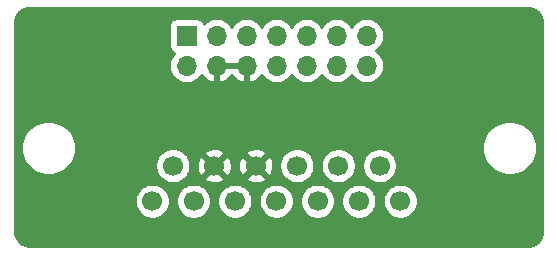
<source format=gbr>
G04 #@! TF.GenerationSoftware,KiCad,Pcbnew,(5.1.4-0-10_14)*
G04 #@! TF.CreationDate,2020-01-20T15:07:35+01:00*
G04 #@! TF.ProjectId,SIOSocket,53494f53-6f63-46b6-9574-2e6b69636164,rev?*
G04 #@! TF.SameCoordinates,Original*
G04 #@! TF.FileFunction,Copper,L1,Top*
G04 #@! TF.FilePolarity,Positive*
%FSLAX46Y46*%
G04 Gerber Fmt 4.6, Leading zero omitted, Abs format (unit mm)*
G04 Created by KiCad (PCBNEW (5.1.4-0-10_14)) date 2020-01-20 15:07:35*
%MOMM*%
%LPD*%
G04 APERTURE LIST*
%ADD10C,1.700000*%
%ADD11R,1.700000X1.700000*%
%ADD12O,1.700000X1.700000*%
%ADD13C,0.254000*%
G04 APERTURE END LIST*
D10*
X139050000Y-97500000D03*
X142550000Y-97500000D03*
X146050000Y-97500000D03*
X149550000Y-97500000D03*
X153050000Y-97500000D03*
X156550000Y-97500000D03*
X137300000Y-100500000D03*
X140800000Y-100500000D03*
X144300000Y-100500000D03*
X147800000Y-100500000D03*
X151300000Y-100500000D03*
X154800000Y-100500000D03*
X158300000Y-100500000D03*
D11*
X140200000Y-86500000D03*
D12*
X140200000Y-89040000D03*
X142740000Y-86500000D03*
X142740000Y-89040000D03*
X145280000Y-86500000D03*
X145280000Y-89040000D03*
X147820000Y-86500000D03*
X147820000Y-89040000D03*
X150360000Y-86500000D03*
X150360000Y-89040000D03*
X152900000Y-86500000D03*
X152900000Y-89040000D03*
X155440000Y-86500000D03*
X155440000Y-89040000D03*
D13*
G36*
X169259659Y-84138625D02*
G01*
X169509429Y-84214035D01*
X169739792Y-84336522D01*
X169941980Y-84501422D01*
X170108286Y-84702450D01*
X170232378Y-84931954D01*
X170309531Y-85181195D01*
X170340000Y-85471089D01*
X170340001Y-99967581D01*
X170340000Y-102967721D01*
X170311375Y-103259660D01*
X170235965Y-103509429D01*
X170113477Y-103739794D01*
X169948579Y-103941979D01*
X169747546Y-104108288D01*
X169518046Y-104232378D01*
X169268805Y-104309531D01*
X168978911Y-104340000D01*
X127032279Y-104340000D01*
X126740340Y-104311375D01*
X126490571Y-104235965D01*
X126260206Y-104113477D01*
X126058021Y-103948579D01*
X125891712Y-103747546D01*
X125767622Y-103518046D01*
X125690469Y-103268805D01*
X125660000Y-102978911D01*
X125660000Y-100353740D01*
X135815000Y-100353740D01*
X135815000Y-100646260D01*
X135872068Y-100933158D01*
X135984010Y-101203411D01*
X136146525Y-101446632D01*
X136353368Y-101653475D01*
X136596589Y-101815990D01*
X136866842Y-101927932D01*
X137153740Y-101985000D01*
X137446260Y-101985000D01*
X137733158Y-101927932D01*
X138003411Y-101815990D01*
X138246632Y-101653475D01*
X138453475Y-101446632D01*
X138615990Y-101203411D01*
X138727932Y-100933158D01*
X138785000Y-100646260D01*
X138785000Y-100353740D01*
X139315000Y-100353740D01*
X139315000Y-100646260D01*
X139372068Y-100933158D01*
X139484010Y-101203411D01*
X139646525Y-101446632D01*
X139853368Y-101653475D01*
X140096589Y-101815990D01*
X140366842Y-101927932D01*
X140653740Y-101985000D01*
X140946260Y-101985000D01*
X141233158Y-101927932D01*
X141503411Y-101815990D01*
X141746632Y-101653475D01*
X141953475Y-101446632D01*
X142115990Y-101203411D01*
X142227932Y-100933158D01*
X142285000Y-100646260D01*
X142285000Y-100353740D01*
X142815000Y-100353740D01*
X142815000Y-100646260D01*
X142872068Y-100933158D01*
X142984010Y-101203411D01*
X143146525Y-101446632D01*
X143353368Y-101653475D01*
X143596589Y-101815990D01*
X143866842Y-101927932D01*
X144153740Y-101985000D01*
X144446260Y-101985000D01*
X144733158Y-101927932D01*
X145003411Y-101815990D01*
X145246632Y-101653475D01*
X145453475Y-101446632D01*
X145615990Y-101203411D01*
X145727932Y-100933158D01*
X145785000Y-100646260D01*
X145785000Y-100353740D01*
X146315000Y-100353740D01*
X146315000Y-100646260D01*
X146372068Y-100933158D01*
X146484010Y-101203411D01*
X146646525Y-101446632D01*
X146853368Y-101653475D01*
X147096589Y-101815990D01*
X147366842Y-101927932D01*
X147653740Y-101985000D01*
X147946260Y-101985000D01*
X148233158Y-101927932D01*
X148503411Y-101815990D01*
X148746632Y-101653475D01*
X148953475Y-101446632D01*
X149115990Y-101203411D01*
X149227932Y-100933158D01*
X149285000Y-100646260D01*
X149285000Y-100353740D01*
X149815000Y-100353740D01*
X149815000Y-100646260D01*
X149872068Y-100933158D01*
X149984010Y-101203411D01*
X150146525Y-101446632D01*
X150353368Y-101653475D01*
X150596589Y-101815990D01*
X150866842Y-101927932D01*
X151153740Y-101985000D01*
X151446260Y-101985000D01*
X151733158Y-101927932D01*
X152003411Y-101815990D01*
X152246632Y-101653475D01*
X152453475Y-101446632D01*
X152615990Y-101203411D01*
X152727932Y-100933158D01*
X152785000Y-100646260D01*
X152785000Y-100353740D01*
X153315000Y-100353740D01*
X153315000Y-100646260D01*
X153372068Y-100933158D01*
X153484010Y-101203411D01*
X153646525Y-101446632D01*
X153853368Y-101653475D01*
X154096589Y-101815990D01*
X154366842Y-101927932D01*
X154653740Y-101985000D01*
X154946260Y-101985000D01*
X155233158Y-101927932D01*
X155503411Y-101815990D01*
X155746632Y-101653475D01*
X155953475Y-101446632D01*
X156115990Y-101203411D01*
X156227932Y-100933158D01*
X156285000Y-100646260D01*
X156285000Y-100353740D01*
X156815000Y-100353740D01*
X156815000Y-100646260D01*
X156872068Y-100933158D01*
X156984010Y-101203411D01*
X157146525Y-101446632D01*
X157353368Y-101653475D01*
X157596589Y-101815990D01*
X157866842Y-101927932D01*
X158153740Y-101985000D01*
X158446260Y-101985000D01*
X158733158Y-101927932D01*
X159003411Y-101815990D01*
X159246632Y-101653475D01*
X159453475Y-101446632D01*
X159615990Y-101203411D01*
X159727932Y-100933158D01*
X159785000Y-100646260D01*
X159785000Y-100353740D01*
X159727932Y-100066842D01*
X159615990Y-99796589D01*
X159453475Y-99553368D01*
X159246632Y-99346525D01*
X159003411Y-99184010D01*
X158733158Y-99072068D01*
X158446260Y-99015000D01*
X158153740Y-99015000D01*
X157866842Y-99072068D01*
X157596589Y-99184010D01*
X157353368Y-99346525D01*
X157146525Y-99553368D01*
X156984010Y-99796589D01*
X156872068Y-100066842D01*
X156815000Y-100353740D01*
X156285000Y-100353740D01*
X156227932Y-100066842D01*
X156115990Y-99796589D01*
X155953475Y-99553368D01*
X155746632Y-99346525D01*
X155503411Y-99184010D01*
X155233158Y-99072068D01*
X154946260Y-99015000D01*
X154653740Y-99015000D01*
X154366842Y-99072068D01*
X154096589Y-99184010D01*
X153853368Y-99346525D01*
X153646525Y-99553368D01*
X153484010Y-99796589D01*
X153372068Y-100066842D01*
X153315000Y-100353740D01*
X152785000Y-100353740D01*
X152727932Y-100066842D01*
X152615990Y-99796589D01*
X152453475Y-99553368D01*
X152246632Y-99346525D01*
X152003411Y-99184010D01*
X151733158Y-99072068D01*
X151446260Y-99015000D01*
X151153740Y-99015000D01*
X150866842Y-99072068D01*
X150596589Y-99184010D01*
X150353368Y-99346525D01*
X150146525Y-99553368D01*
X149984010Y-99796589D01*
X149872068Y-100066842D01*
X149815000Y-100353740D01*
X149285000Y-100353740D01*
X149227932Y-100066842D01*
X149115990Y-99796589D01*
X148953475Y-99553368D01*
X148746632Y-99346525D01*
X148503411Y-99184010D01*
X148233158Y-99072068D01*
X147946260Y-99015000D01*
X147653740Y-99015000D01*
X147366842Y-99072068D01*
X147096589Y-99184010D01*
X146853368Y-99346525D01*
X146646525Y-99553368D01*
X146484010Y-99796589D01*
X146372068Y-100066842D01*
X146315000Y-100353740D01*
X145785000Y-100353740D01*
X145727932Y-100066842D01*
X145615990Y-99796589D01*
X145453475Y-99553368D01*
X145246632Y-99346525D01*
X145003411Y-99184010D01*
X144733158Y-99072068D01*
X144446260Y-99015000D01*
X144153740Y-99015000D01*
X143866842Y-99072068D01*
X143596589Y-99184010D01*
X143353368Y-99346525D01*
X143146525Y-99553368D01*
X142984010Y-99796589D01*
X142872068Y-100066842D01*
X142815000Y-100353740D01*
X142285000Y-100353740D01*
X142227932Y-100066842D01*
X142115990Y-99796589D01*
X141953475Y-99553368D01*
X141746632Y-99346525D01*
X141503411Y-99184010D01*
X141233158Y-99072068D01*
X140946260Y-99015000D01*
X140653740Y-99015000D01*
X140366842Y-99072068D01*
X140096589Y-99184010D01*
X139853368Y-99346525D01*
X139646525Y-99553368D01*
X139484010Y-99796589D01*
X139372068Y-100066842D01*
X139315000Y-100353740D01*
X138785000Y-100353740D01*
X138727932Y-100066842D01*
X138615990Y-99796589D01*
X138453475Y-99553368D01*
X138246632Y-99346525D01*
X138003411Y-99184010D01*
X137733158Y-99072068D01*
X137446260Y-99015000D01*
X137153740Y-99015000D01*
X136866842Y-99072068D01*
X136596589Y-99184010D01*
X136353368Y-99346525D01*
X136146525Y-99553368D01*
X135984010Y-99796589D01*
X135872068Y-100066842D01*
X135815000Y-100353740D01*
X125660000Y-100353740D01*
X125660000Y-95771620D01*
X126181220Y-95771620D01*
X126181220Y-96228380D01*
X126270329Y-96676363D01*
X126445123Y-97098354D01*
X126698886Y-97478136D01*
X127021864Y-97801114D01*
X127401646Y-98054877D01*
X127823637Y-98229671D01*
X128271620Y-98318780D01*
X128728380Y-98318780D01*
X129176363Y-98229671D01*
X129598354Y-98054877D01*
X129978136Y-97801114D01*
X130301114Y-97478136D01*
X130384233Y-97353740D01*
X137565000Y-97353740D01*
X137565000Y-97646260D01*
X137622068Y-97933158D01*
X137734010Y-98203411D01*
X137896525Y-98446632D01*
X138103368Y-98653475D01*
X138346589Y-98815990D01*
X138616842Y-98927932D01*
X138903740Y-98985000D01*
X139196260Y-98985000D01*
X139483158Y-98927932D01*
X139753411Y-98815990D01*
X139996632Y-98653475D01*
X140121710Y-98528397D01*
X141701208Y-98528397D01*
X141778843Y-98777472D01*
X142042883Y-98903371D01*
X142326411Y-98975339D01*
X142618531Y-98990611D01*
X142908019Y-98948599D01*
X143183747Y-98850919D01*
X143321157Y-98777472D01*
X143398792Y-98528397D01*
X145201208Y-98528397D01*
X145278843Y-98777472D01*
X145542883Y-98903371D01*
X145826411Y-98975339D01*
X146118531Y-98990611D01*
X146408019Y-98948599D01*
X146683747Y-98850919D01*
X146821157Y-98777472D01*
X146898792Y-98528397D01*
X146050000Y-97679605D01*
X145201208Y-98528397D01*
X143398792Y-98528397D01*
X142550000Y-97679605D01*
X141701208Y-98528397D01*
X140121710Y-98528397D01*
X140203475Y-98446632D01*
X140365990Y-98203411D01*
X140477932Y-97933158D01*
X140535000Y-97646260D01*
X140535000Y-97568531D01*
X141059389Y-97568531D01*
X141101401Y-97858019D01*
X141199081Y-98133747D01*
X141272528Y-98271157D01*
X141521603Y-98348792D01*
X142370395Y-97500000D01*
X142729605Y-97500000D01*
X143578397Y-98348792D01*
X143827472Y-98271157D01*
X143953371Y-98007117D01*
X144025339Y-97723589D01*
X144033445Y-97568531D01*
X144559389Y-97568531D01*
X144601401Y-97858019D01*
X144699081Y-98133747D01*
X144772528Y-98271157D01*
X145021603Y-98348792D01*
X145870395Y-97500000D01*
X146229605Y-97500000D01*
X147078397Y-98348792D01*
X147327472Y-98271157D01*
X147453371Y-98007117D01*
X147525339Y-97723589D01*
X147540611Y-97431469D01*
X147529331Y-97353740D01*
X148065000Y-97353740D01*
X148065000Y-97646260D01*
X148122068Y-97933158D01*
X148234010Y-98203411D01*
X148396525Y-98446632D01*
X148603368Y-98653475D01*
X148846589Y-98815990D01*
X149116842Y-98927932D01*
X149403740Y-98985000D01*
X149696260Y-98985000D01*
X149983158Y-98927932D01*
X150253411Y-98815990D01*
X150496632Y-98653475D01*
X150703475Y-98446632D01*
X150865990Y-98203411D01*
X150977932Y-97933158D01*
X151035000Y-97646260D01*
X151035000Y-97353740D01*
X151565000Y-97353740D01*
X151565000Y-97646260D01*
X151622068Y-97933158D01*
X151734010Y-98203411D01*
X151896525Y-98446632D01*
X152103368Y-98653475D01*
X152346589Y-98815990D01*
X152616842Y-98927932D01*
X152903740Y-98985000D01*
X153196260Y-98985000D01*
X153483158Y-98927932D01*
X153753411Y-98815990D01*
X153996632Y-98653475D01*
X154203475Y-98446632D01*
X154365990Y-98203411D01*
X154477932Y-97933158D01*
X154535000Y-97646260D01*
X154535000Y-97353740D01*
X155065000Y-97353740D01*
X155065000Y-97646260D01*
X155122068Y-97933158D01*
X155234010Y-98203411D01*
X155396525Y-98446632D01*
X155603368Y-98653475D01*
X155846589Y-98815990D01*
X156116842Y-98927932D01*
X156403740Y-98985000D01*
X156696260Y-98985000D01*
X156983158Y-98927932D01*
X157253411Y-98815990D01*
X157496632Y-98653475D01*
X157703475Y-98446632D01*
X157865990Y-98203411D01*
X157977932Y-97933158D01*
X158035000Y-97646260D01*
X158035000Y-97353740D01*
X157977932Y-97066842D01*
X157865990Y-96796589D01*
X157703475Y-96553368D01*
X157496632Y-96346525D01*
X157253411Y-96184010D01*
X156983158Y-96072068D01*
X156696260Y-96015000D01*
X156403740Y-96015000D01*
X156116842Y-96072068D01*
X155846589Y-96184010D01*
X155603368Y-96346525D01*
X155396525Y-96553368D01*
X155234010Y-96796589D01*
X155122068Y-97066842D01*
X155065000Y-97353740D01*
X154535000Y-97353740D01*
X154477932Y-97066842D01*
X154365990Y-96796589D01*
X154203475Y-96553368D01*
X153996632Y-96346525D01*
X153753411Y-96184010D01*
X153483158Y-96072068D01*
X153196260Y-96015000D01*
X152903740Y-96015000D01*
X152616842Y-96072068D01*
X152346589Y-96184010D01*
X152103368Y-96346525D01*
X151896525Y-96553368D01*
X151734010Y-96796589D01*
X151622068Y-97066842D01*
X151565000Y-97353740D01*
X151035000Y-97353740D01*
X150977932Y-97066842D01*
X150865990Y-96796589D01*
X150703475Y-96553368D01*
X150496632Y-96346525D01*
X150253411Y-96184010D01*
X149983158Y-96072068D01*
X149696260Y-96015000D01*
X149403740Y-96015000D01*
X149116842Y-96072068D01*
X148846589Y-96184010D01*
X148603368Y-96346525D01*
X148396525Y-96553368D01*
X148234010Y-96796589D01*
X148122068Y-97066842D01*
X148065000Y-97353740D01*
X147529331Y-97353740D01*
X147498599Y-97141981D01*
X147400919Y-96866253D01*
X147327472Y-96728843D01*
X147078397Y-96651208D01*
X146229605Y-97500000D01*
X145870395Y-97500000D01*
X145021603Y-96651208D01*
X144772528Y-96728843D01*
X144646629Y-96992883D01*
X144574661Y-97276411D01*
X144559389Y-97568531D01*
X144033445Y-97568531D01*
X144040611Y-97431469D01*
X143998599Y-97141981D01*
X143900919Y-96866253D01*
X143827472Y-96728843D01*
X143578397Y-96651208D01*
X142729605Y-97500000D01*
X142370395Y-97500000D01*
X141521603Y-96651208D01*
X141272528Y-96728843D01*
X141146629Y-96992883D01*
X141074661Y-97276411D01*
X141059389Y-97568531D01*
X140535000Y-97568531D01*
X140535000Y-97353740D01*
X140477932Y-97066842D01*
X140365990Y-96796589D01*
X140203475Y-96553368D01*
X140121710Y-96471603D01*
X141701208Y-96471603D01*
X142550000Y-97320395D01*
X143398792Y-96471603D01*
X145201208Y-96471603D01*
X146050000Y-97320395D01*
X146898792Y-96471603D01*
X146821157Y-96222528D01*
X146557117Y-96096629D01*
X146273589Y-96024661D01*
X145981469Y-96009389D01*
X145691981Y-96051401D01*
X145416253Y-96149081D01*
X145278843Y-96222528D01*
X145201208Y-96471603D01*
X143398792Y-96471603D01*
X143321157Y-96222528D01*
X143057117Y-96096629D01*
X142773589Y-96024661D01*
X142481469Y-96009389D01*
X142191981Y-96051401D01*
X141916253Y-96149081D01*
X141778843Y-96222528D01*
X141701208Y-96471603D01*
X140121710Y-96471603D01*
X139996632Y-96346525D01*
X139753411Y-96184010D01*
X139483158Y-96072068D01*
X139196260Y-96015000D01*
X138903740Y-96015000D01*
X138616842Y-96072068D01*
X138346589Y-96184010D01*
X138103368Y-96346525D01*
X137896525Y-96553368D01*
X137734010Y-96796589D01*
X137622068Y-97066842D01*
X137565000Y-97353740D01*
X130384233Y-97353740D01*
X130554877Y-97098354D01*
X130729671Y-96676363D01*
X130818780Y-96228380D01*
X130818780Y-95771620D01*
X165231220Y-95771620D01*
X165231220Y-96228380D01*
X165320329Y-96676363D01*
X165495123Y-97098354D01*
X165748886Y-97478136D01*
X166071864Y-97801114D01*
X166451646Y-98054877D01*
X166873637Y-98229671D01*
X167321620Y-98318780D01*
X167778380Y-98318780D01*
X168226363Y-98229671D01*
X168648354Y-98054877D01*
X169028136Y-97801114D01*
X169351114Y-97478136D01*
X169604877Y-97098354D01*
X169779671Y-96676363D01*
X169868780Y-96228380D01*
X169868780Y-95771620D01*
X169779671Y-95323637D01*
X169604877Y-94901646D01*
X169351114Y-94521864D01*
X169028136Y-94198886D01*
X168648354Y-93945123D01*
X168226363Y-93770329D01*
X167778380Y-93681220D01*
X167321620Y-93681220D01*
X166873637Y-93770329D01*
X166451646Y-93945123D01*
X166071864Y-94198886D01*
X165748886Y-94521864D01*
X165495123Y-94901646D01*
X165320329Y-95323637D01*
X165231220Y-95771620D01*
X130818780Y-95771620D01*
X130729671Y-95323637D01*
X130554877Y-94901646D01*
X130301114Y-94521864D01*
X129978136Y-94198886D01*
X129598354Y-93945123D01*
X129176363Y-93770329D01*
X128728380Y-93681220D01*
X128271620Y-93681220D01*
X127823637Y-93770329D01*
X127401646Y-93945123D01*
X127021864Y-94198886D01*
X126698886Y-94521864D01*
X126445123Y-94901646D01*
X126270329Y-95323637D01*
X126181220Y-95771620D01*
X125660000Y-95771620D01*
X125660000Y-89040000D01*
X138707815Y-89040000D01*
X138736487Y-89331111D01*
X138821401Y-89611034D01*
X138959294Y-89869014D01*
X139144866Y-90095134D01*
X139370986Y-90280706D01*
X139628966Y-90418599D01*
X139908889Y-90503513D01*
X140127050Y-90525000D01*
X140272950Y-90525000D01*
X140491111Y-90503513D01*
X140771034Y-90418599D01*
X141029014Y-90280706D01*
X141255134Y-90095134D01*
X141440706Y-89869014D01*
X141475201Y-89804477D01*
X141544822Y-89921355D01*
X141739731Y-90137588D01*
X141973080Y-90311641D01*
X142235901Y-90436825D01*
X142383110Y-90481476D01*
X142613000Y-90360155D01*
X142613000Y-89167000D01*
X142867000Y-89167000D01*
X142867000Y-90360155D01*
X143096890Y-90481476D01*
X143244099Y-90436825D01*
X143506920Y-90311641D01*
X143740269Y-90137588D01*
X143935178Y-89921355D01*
X144010000Y-89795745D01*
X144084822Y-89921355D01*
X144279731Y-90137588D01*
X144513080Y-90311641D01*
X144775901Y-90436825D01*
X144923110Y-90481476D01*
X145153000Y-90360155D01*
X145153000Y-89167000D01*
X142867000Y-89167000D01*
X142613000Y-89167000D01*
X142593000Y-89167000D01*
X142593000Y-88913000D01*
X142613000Y-88913000D01*
X142613000Y-88893000D01*
X142867000Y-88893000D01*
X142867000Y-88913000D01*
X145153000Y-88913000D01*
X145153000Y-88893000D01*
X145407000Y-88893000D01*
X145407000Y-88913000D01*
X145427000Y-88913000D01*
X145427000Y-89167000D01*
X145407000Y-89167000D01*
X145407000Y-90360155D01*
X145636890Y-90481476D01*
X145784099Y-90436825D01*
X146046920Y-90311641D01*
X146280269Y-90137588D01*
X146475178Y-89921355D01*
X146544799Y-89804477D01*
X146579294Y-89869014D01*
X146764866Y-90095134D01*
X146990986Y-90280706D01*
X147248966Y-90418599D01*
X147528889Y-90503513D01*
X147747050Y-90525000D01*
X147892950Y-90525000D01*
X148111111Y-90503513D01*
X148391034Y-90418599D01*
X148649014Y-90280706D01*
X148875134Y-90095134D01*
X149060706Y-89869014D01*
X149090000Y-89814209D01*
X149119294Y-89869014D01*
X149304866Y-90095134D01*
X149530986Y-90280706D01*
X149788966Y-90418599D01*
X150068889Y-90503513D01*
X150287050Y-90525000D01*
X150432950Y-90525000D01*
X150651111Y-90503513D01*
X150931034Y-90418599D01*
X151189014Y-90280706D01*
X151415134Y-90095134D01*
X151600706Y-89869014D01*
X151630000Y-89814209D01*
X151659294Y-89869014D01*
X151844866Y-90095134D01*
X152070986Y-90280706D01*
X152328966Y-90418599D01*
X152608889Y-90503513D01*
X152827050Y-90525000D01*
X152972950Y-90525000D01*
X153191111Y-90503513D01*
X153471034Y-90418599D01*
X153729014Y-90280706D01*
X153955134Y-90095134D01*
X154140706Y-89869014D01*
X154170000Y-89814209D01*
X154199294Y-89869014D01*
X154384866Y-90095134D01*
X154610986Y-90280706D01*
X154868966Y-90418599D01*
X155148889Y-90503513D01*
X155367050Y-90525000D01*
X155512950Y-90525000D01*
X155731111Y-90503513D01*
X156011034Y-90418599D01*
X156269014Y-90280706D01*
X156495134Y-90095134D01*
X156680706Y-89869014D01*
X156818599Y-89611034D01*
X156903513Y-89331111D01*
X156932185Y-89040000D01*
X156903513Y-88748889D01*
X156818599Y-88468966D01*
X156680706Y-88210986D01*
X156495134Y-87984866D01*
X156269014Y-87799294D01*
X156214209Y-87770000D01*
X156269014Y-87740706D01*
X156495134Y-87555134D01*
X156680706Y-87329014D01*
X156818599Y-87071034D01*
X156903513Y-86791111D01*
X156932185Y-86500000D01*
X156903513Y-86208889D01*
X156818599Y-85928966D01*
X156680706Y-85670986D01*
X156495134Y-85444866D01*
X156269014Y-85259294D01*
X156011034Y-85121401D01*
X155731111Y-85036487D01*
X155512950Y-85015000D01*
X155367050Y-85015000D01*
X155148889Y-85036487D01*
X154868966Y-85121401D01*
X154610986Y-85259294D01*
X154384866Y-85444866D01*
X154199294Y-85670986D01*
X154170000Y-85725791D01*
X154140706Y-85670986D01*
X153955134Y-85444866D01*
X153729014Y-85259294D01*
X153471034Y-85121401D01*
X153191111Y-85036487D01*
X152972950Y-85015000D01*
X152827050Y-85015000D01*
X152608889Y-85036487D01*
X152328966Y-85121401D01*
X152070986Y-85259294D01*
X151844866Y-85444866D01*
X151659294Y-85670986D01*
X151630000Y-85725791D01*
X151600706Y-85670986D01*
X151415134Y-85444866D01*
X151189014Y-85259294D01*
X150931034Y-85121401D01*
X150651111Y-85036487D01*
X150432950Y-85015000D01*
X150287050Y-85015000D01*
X150068889Y-85036487D01*
X149788966Y-85121401D01*
X149530986Y-85259294D01*
X149304866Y-85444866D01*
X149119294Y-85670986D01*
X149090000Y-85725791D01*
X149060706Y-85670986D01*
X148875134Y-85444866D01*
X148649014Y-85259294D01*
X148391034Y-85121401D01*
X148111111Y-85036487D01*
X147892950Y-85015000D01*
X147747050Y-85015000D01*
X147528889Y-85036487D01*
X147248966Y-85121401D01*
X146990986Y-85259294D01*
X146764866Y-85444866D01*
X146579294Y-85670986D01*
X146550000Y-85725791D01*
X146520706Y-85670986D01*
X146335134Y-85444866D01*
X146109014Y-85259294D01*
X145851034Y-85121401D01*
X145571111Y-85036487D01*
X145352950Y-85015000D01*
X145207050Y-85015000D01*
X144988889Y-85036487D01*
X144708966Y-85121401D01*
X144450986Y-85259294D01*
X144224866Y-85444866D01*
X144039294Y-85670986D01*
X144010000Y-85725791D01*
X143980706Y-85670986D01*
X143795134Y-85444866D01*
X143569014Y-85259294D01*
X143311034Y-85121401D01*
X143031111Y-85036487D01*
X142812950Y-85015000D01*
X142667050Y-85015000D01*
X142448889Y-85036487D01*
X142168966Y-85121401D01*
X141910986Y-85259294D01*
X141684866Y-85444866D01*
X141660393Y-85474687D01*
X141639502Y-85405820D01*
X141580537Y-85295506D01*
X141501185Y-85198815D01*
X141404494Y-85119463D01*
X141294180Y-85060498D01*
X141174482Y-85024188D01*
X141050000Y-85011928D01*
X139350000Y-85011928D01*
X139225518Y-85024188D01*
X139105820Y-85060498D01*
X138995506Y-85119463D01*
X138898815Y-85198815D01*
X138819463Y-85295506D01*
X138760498Y-85405820D01*
X138724188Y-85525518D01*
X138711928Y-85650000D01*
X138711928Y-87350000D01*
X138724188Y-87474482D01*
X138760498Y-87594180D01*
X138819463Y-87704494D01*
X138898815Y-87801185D01*
X138995506Y-87880537D01*
X139105820Y-87939502D01*
X139174687Y-87960393D01*
X139144866Y-87984866D01*
X138959294Y-88210986D01*
X138821401Y-88468966D01*
X138736487Y-88748889D01*
X138707815Y-89040000D01*
X125660000Y-89040000D01*
X125660000Y-85482279D01*
X125688625Y-85190341D01*
X125764035Y-84940571D01*
X125886522Y-84710208D01*
X126051422Y-84508020D01*
X126252450Y-84341714D01*
X126481954Y-84217622D01*
X126731195Y-84140469D01*
X126859344Y-84127000D01*
X169141099Y-84127000D01*
X169259659Y-84138625D01*
X169259659Y-84138625D01*
G37*
X169259659Y-84138625D02*
X169509429Y-84214035D01*
X169739792Y-84336522D01*
X169941980Y-84501422D01*
X170108286Y-84702450D01*
X170232378Y-84931954D01*
X170309531Y-85181195D01*
X170340000Y-85471089D01*
X170340001Y-99967581D01*
X170340000Y-102967721D01*
X170311375Y-103259660D01*
X170235965Y-103509429D01*
X170113477Y-103739794D01*
X169948579Y-103941979D01*
X169747546Y-104108288D01*
X169518046Y-104232378D01*
X169268805Y-104309531D01*
X168978911Y-104340000D01*
X127032279Y-104340000D01*
X126740340Y-104311375D01*
X126490571Y-104235965D01*
X126260206Y-104113477D01*
X126058021Y-103948579D01*
X125891712Y-103747546D01*
X125767622Y-103518046D01*
X125690469Y-103268805D01*
X125660000Y-102978911D01*
X125660000Y-100353740D01*
X135815000Y-100353740D01*
X135815000Y-100646260D01*
X135872068Y-100933158D01*
X135984010Y-101203411D01*
X136146525Y-101446632D01*
X136353368Y-101653475D01*
X136596589Y-101815990D01*
X136866842Y-101927932D01*
X137153740Y-101985000D01*
X137446260Y-101985000D01*
X137733158Y-101927932D01*
X138003411Y-101815990D01*
X138246632Y-101653475D01*
X138453475Y-101446632D01*
X138615990Y-101203411D01*
X138727932Y-100933158D01*
X138785000Y-100646260D01*
X138785000Y-100353740D01*
X139315000Y-100353740D01*
X139315000Y-100646260D01*
X139372068Y-100933158D01*
X139484010Y-101203411D01*
X139646525Y-101446632D01*
X139853368Y-101653475D01*
X140096589Y-101815990D01*
X140366842Y-101927932D01*
X140653740Y-101985000D01*
X140946260Y-101985000D01*
X141233158Y-101927932D01*
X141503411Y-101815990D01*
X141746632Y-101653475D01*
X141953475Y-101446632D01*
X142115990Y-101203411D01*
X142227932Y-100933158D01*
X142285000Y-100646260D01*
X142285000Y-100353740D01*
X142815000Y-100353740D01*
X142815000Y-100646260D01*
X142872068Y-100933158D01*
X142984010Y-101203411D01*
X143146525Y-101446632D01*
X143353368Y-101653475D01*
X143596589Y-101815990D01*
X143866842Y-101927932D01*
X144153740Y-101985000D01*
X144446260Y-101985000D01*
X144733158Y-101927932D01*
X145003411Y-101815990D01*
X145246632Y-101653475D01*
X145453475Y-101446632D01*
X145615990Y-101203411D01*
X145727932Y-100933158D01*
X145785000Y-100646260D01*
X145785000Y-100353740D01*
X146315000Y-100353740D01*
X146315000Y-100646260D01*
X146372068Y-100933158D01*
X146484010Y-101203411D01*
X146646525Y-101446632D01*
X146853368Y-101653475D01*
X147096589Y-101815990D01*
X147366842Y-101927932D01*
X147653740Y-101985000D01*
X147946260Y-101985000D01*
X148233158Y-101927932D01*
X148503411Y-101815990D01*
X148746632Y-101653475D01*
X148953475Y-101446632D01*
X149115990Y-101203411D01*
X149227932Y-100933158D01*
X149285000Y-100646260D01*
X149285000Y-100353740D01*
X149815000Y-100353740D01*
X149815000Y-100646260D01*
X149872068Y-100933158D01*
X149984010Y-101203411D01*
X150146525Y-101446632D01*
X150353368Y-101653475D01*
X150596589Y-101815990D01*
X150866842Y-101927932D01*
X151153740Y-101985000D01*
X151446260Y-101985000D01*
X151733158Y-101927932D01*
X152003411Y-101815990D01*
X152246632Y-101653475D01*
X152453475Y-101446632D01*
X152615990Y-101203411D01*
X152727932Y-100933158D01*
X152785000Y-100646260D01*
X152785000Y-100353740D01*
X153315000Y-100353740D01*
X153315000Y-100646260D01*
X153372068Y-100933158D01*
X153484010Y-101203411D01*
X153646525Y-101446632D01*
X153853368Y-101653475D01*
X154096589Y-101815990D01*
X154366842Y-101927932D01*
X154653740Y-101985000D01*
X154946260Y-101985000D01*
X155233158Y-101927932D01*
X155503411Y-101815990D01*
X155746632Y-101653475D01*
X155953475Y-101446632D01*
X156115990Y-101203411D01*
X156227932Y-100933158D01*
X156285000Y-100646260D01*
X156285000Y-100353740D01*
X156815000Y-100353740D01*
X156815000Y-100646260D01*
X156872068Y-100933158D01*
X156984010Y-101203411D01*
X157146525Y-101446632D01*
X157353368Y-101653475D01*
X157596589Y-101815990D01*
X157866842Y-101927932D01*
X158153740Y-101985000D01*
X158446260Y-101985000D01*
X158733158Y-101927932D01*
X159003411Y-101815990D01*
X159246632Y-101653475D01*
X159453475Y-101446632D01*
X159615990Y-101203411D01*
X159727932Y-100933158D01*
X159785000Y-100646260D01*
X159785000Y-100353740D01*
X159727932Y-100066842D01*
X159615990Y-99796589D01*
X159453475Y-99553368D01*
X159246632Y-99346525D01*
X159003411Y-99184010D01*
X158733158Y-99072068D01*
X158446260Y-99015000D01*
X158153740Y-99015000D01*
X157866842Y-99072068D01*
X157596589Y-99184010D01*
X157353368Y-99346525D01*
X157146525Y-99553368D01*
X156984010Y-99796589D01*
X156872068Y-100066842D01*
X156815000Y-100353740D01*
X156285000Y-100353740D01*
X156227932Y-100066842D01*
X156115990Y-99796589D01*
X155953475Y-99553368D01*
X155746632Y-99346525D01*
X155503411Y-99184010D01*
X155233158Y-99072068D01*
X154946260Y-99015000D01*
X154653740Y-99015000D01*
X154366842Y-99072068D01*
X154096589Y-99184010D01*
X153853368Y-99346525D01*
X153646525Y-99553368D01*
X153484010Y-99796589D01*
X153372068Y-100066842D01*
X153315000Y-100353740D01*
X152785000Y-100353740D01*
X152727932Y-100066842D01*
X152615990Y-99796589D01*
X152453475Y-99553368D01*
X152246632Y-99346525D01*
X152003411Y-99184010D01*
X151733158Y-99072068D01*
X151446260Y-99015000D01*
X151153740Y-99015000D01*
X150866842Y-99072068D01*
X150596589Y-99184010D01*
X150353368Y-99346525D01*
X150146525Y-99553368D01*
X149984010Y-99796589D01*
X149872068Y-100066842D01*
X149815000Y-100353740D01*
X149285000Y-100353740D01*
X149227932Y-100066842D01*
X149115990Y-99796589D01*
X148953475Y-99553368D01*
X148746632Y-99346525D01*
X148503411Y-99184010D01*
X148233158Y-99072068D01*
X147946260Y-99015000D01*
X147653740Y-99015000D01*
X147366842Y-99072068D01*
X147096589Y-99184010D01*
X146853368Y-99346525D01*
X146646525Y-99553368D01*
X146484010Y-99796589D01*
X146372068Y-100066842D01*
X146315000Y-100353740D01*
X145785000Y-100353740D01*
X145727932Y-100066842D01*
X145615990Y-99796589D01*
X145453475Y-99553368D01*
X145246632Y-99346525D01*
X145003411Y-99184010D01*
X144733158Y-99072068D01*
X144446260Y-99015000D01*
X144153740Y-99015000D01*
X143866842Y-99072068D01*
X143596589Y-99184010D01*
X143353368Y-99346525D01*
X143146525Y-99553368D01*
X142984010Y-99796589D01*
X142872068Y-100066842D01*
X142815000Y-100353740D01*
X142285000Y-100353740D01*
X142227932Y-100066842D01*
X142115990Y-99796589D01*
X141953475Y-99553368D01*
X141746632Y-99346525D01*
X141503411Y-99184010D01*
X141233158Y-99072068D01*
X140946260Y-99015000D01*
X140653740Y-99015000D01*
X140366842Y-99072068D01*
X140096589Y-99184010D01*
X139853368Y-99346525D01*
X139646525Y-99553368D01*
X139484010Y-99796589D01*
X139372068Y-100066842D01*
X139315000Y-100353740D01*
X138785000Y-100353740D01*
X138727932Y-100066842D01*
X138615990Y-99796589D01*
X138453475Y-99553368D01*
X138246632Y-99346525D01*
X138003411Y-99184010D01*
X137733158Y-99072068D01*
X137446260Y-99015000D01*
X137153740Y-99015000D01*
X136866842Y-99072068D01*
X136596589Y-99184010D01*
X136353368Y-99346525D01*
X136146525Y-99553368D01*
X135984010Y-99796589D01*
X135872068Y-100066842D01*
X135815000Y-100353740D01*
X125660000Y-100353740D01*
X125660000Y-95771620D01*
X126181220Y-95771620D01*
X126181220Y-96228380D01*
X126270329Y-96676363D01*
X126445123Y-97098354D01*
X126698886Y-97478136D01*
X127021864Y-97801114D01*
X127401646Y-98054877D01*
X127823637Y-98229671D01*
X128271620Y-98318780D01*
X128728380Y-98318780D01*
X129176363Y-98229671D01*
X129598354Y-98054877D01*
X129978136Y-97801114D01*
X130301114Y-97478136D01*
X130384233Y-97353740D01*
X137565000Y-97353740D01*
X137565000Y-97646260D01*
X137622068Y-97933158D01*
X137734010Y-98203411D01*
X137896525Y-98446632D01*
X138103368Y-98653475D01*
X138346589Y-98815990D01*
X138616842Y-98927932D01*
X138903740Y-98985000D01*
X139196260Y-98985000D01*
X139483158Y-98927932D01*
X139753411Y-98815990D01*
X139996632Y-98653475D01*
X140121710Y-98528397D01*
X141701208Y-98528397D01*
X141778843Y-98777472D01*
X142042883Y-98903371D01*
X142326411Y-98975339D01*
X142618531Y-98990611D01*
X142908019Y-98948599D01*
X143183747Y-98850919D01*
X143321157Y-98777472D01*
X143398792Y-98528397D01*
X145201208Y-98528397D01*
X145278843Y-98777472D01*
X145542883Y-98903371D01*
X145826411Y-98975339D01*
X146118531Y-98990611D01*
X146408019Y-98948599D01*
X146683747Y-98850919D01*
X146821157Y-98777472D01*
X146898792Y-98528397D01*
X146050000Y-97679605D01*
X145201208Y-98528397D01*
X143398792Y-98528397D01*
X142550000Y-97679605D01*
X141701208Y-98528397D01*
X140121710Y-98528397D01*
X140203475Y-98446632D01*
X140365990Y-98203411D01*
X140477932Y-97933158D01*
X140535000Y-97646260D01*
X140535000Y-97568531D01*
X141059389Y-97568531D01*
X141101401Y-97858019D01*
X141199081Y-98133747D01*
X141272528Y-98271157D01*
X141521603Y-98348792D01*
X142370395Y-97500000D01*
X142729605Y-97500000D01*
X143578397Y-98348792D01*
X143827472Y-98271157D01*
X143953371Y-98007117D01*
X144025339Y-97723589D01*
X144033445Y-97568531D01*
X144559389Y-97568531D01*
X144601401Y-97858019D01*
X144699081Y-98133747D01*
X144772528Y-98271157D01*
X145021603Y-98348792D01*
X145870395Y-97500000D01*
X146229605Y-97500000D01*
X147078397Y-98348792D01*
X147327472Y-98271157D01*
X147453371Y-98007117D01*
X147525339Y-97723589D01*
X147540611Y-97431469D01*
X147529331Y-97353740D01*
X148065000Y-97353740D01*
X148065000Y-97646260D01*
X148122068Y-97933158D01*
X148234010Y-98203411D01*
X148396525Y-98446632D01*
X148603368Y-98653475D01*
X148846589Y-98815990D01*
X149116842Y-98927932D01*
X149403740Y-98985000D01*
X149696260Y-98985000D01*
X149983158Y-98927932D01*
X150253411Y-98815990D01*
X150496632Y-98653475D01*
X150703475Y-98446632D01*
X150865990Y-98203411D01*
X150977932Y-97933158D01*
X151035000Y-97646260D01*
X151035000Y-97353740D01*
X151565000Y-97353740D01*
X151565000Y-97646260D01*
X151622068Y-97933158D01*
X151734010Y-98203411D01*
X151896525Y-98446632D01*
X152103368Y-98653475D01*
X152346589Y-98815990D01*
X152616842Y-98927932D01*
X152903740Y-98985000D01*
X153196260Y-98985000D01*
X153483158Y-98927932D01*
X153753411Y-98815990D01*
X153996632Y-98653475D01*
X154203475Y-98446632D01*
X154365990Y-98203411D01*
X154477932Y-97933158D01*
X154535000Y-97646260D01*
X154535000Y-97353740D01*
X155065000Y-97353740D01*
X155065000Y-97646260D01*
X155122068Y-97933158D01*
X155234010Y-98203411D01*
X155396525Y-98446632D01*
X155603368Y-98653475D01*
X155846589Y-98815990D01*
X156116842Y-98927932D01*
X156403740Y-98985000D01*
X156696260Y-98985000D01*
X156983158Y-98927932D01*
X157253411Y-98815990D01*
X157496632Y-98653475D01*
X157703475Y-98446632D01*
X157865990Y-98203411D01*
X157977932Y-97933158D01*
X158035000Y-97646260D01*
X158035000Y-97353740D01*
X157977932Y-97066842D01*
X157865990Y-96796589D01*
X157703475Y-96553368D01*
X157496632Y-96346525D01*
X157253411Y-96184010D01*
X156983158Y-96072068D01*
X156696260Y-96015000D01*
X156403740Y-96015000D01*
X156116842Y-96072068D01*
X155846589Y-96184010D01*
X155603368Y-96346525D01*
X155396525Y-96553368D01*
X155234010Y-96796589D01*
X155122068Y-97066842D01*
X155065000Y-97353740D01*
X154535000Y-97353740D01*
X154477932Y-97066842D01*
X154365990Y-96796589D01*
X154203475Y-96553368D01*
X153996632Y-96346525D01*
X153753411Y-96184010D01*
X153483158Y-96072068D01*
X153196260Y-96015000D01*
X152903740Y-96015000D01*
X152616842Y-96072068D01*
X152346589Y-96184010D01*
X152103368Y-96346525D01*
X151896525Y-96553368D01*
X151734010Y-96796589D01*
X151622068Y-97066842D01*
X151565000Y-97353740D01*
X151035000Y-97353740D01*
X150977932Y-97066842D01*
X150865990Y-96796589D01*
X150703475Y-96553368D01*
X150496632Y-96346525D01*
X150253411Y-96184010D01*
X149983158Y-96072068D01*
X149696260Y-96015000D01*
X149403740Y-96015000D01*
X149116842Y-96072068D01*
X148846589Y-96184010D01*
X148603368Y-96346525D01*
X148396525Y-96553368D01*
X148234010Y-96796589D01*
X148122068Y-97066842D01*
X148065000Y-97353740D01*
X147529331Y-97353740D01*
X147498599Y-97141981D01*
X147400919Y-96866253D01*
X147327472Y-96728843D01*
X147078397Y-96651208D01*
X146229605Y-97500000D01*
X145870395Y-97500000D01*
X145021603Y-96651208D01*
X144772528Y-96728843D01*
X144646629Y-96992883D01*
X144574661Y-97276411D01*
X144559389Y-97568531D01*
X144033445Y-97568531D01*
X144040611Y-97431469D01*
X143998599Y-97141981D01*
X143900919Y-96866253D01*
X143827472Y-96728843D01*
X143578397Y-96651208D01*
X142729605Y-97500000D01*
X142370395Y-97500000D01*
X141521603Y-96651208D01*
X141272528Y-96728843D01*
X141146629Y-96992883D01*
X141074661Y-97276411D01*
X141059389Y-97568531D01*
X140535000Y-97568531D01*
X140535000Y-97353740D01*
X140477932Y-97066842D01*
X140365990Y-96796589D01*
X140203475Y-96553368D01*
X140121710Y-96471603D01*
X141701208Y-96471603D01*
X142550000Y-97320395D01*
X143398792Y-96471603D01*
X145201208Y-96471603D01*
X146050000Y-97320395D01*
X146898792Y-96471603D01*
X146821157Y-96222528D01*
X146557117Y-96096629D01*
X146273589Y-96024661D01*
X145981469Y-96009389D01*
X145691981Y-96051401D01*
X145416253Y-96149081D01*
X145278843Y-96222528D01*
X145201208Y-96471603D01*
X143398792Y-96471603D01*
X143321157Y-96222528D01*
X143057117Y-96096629D01*
X142773589Y-96024661D01*
X142481469Y-96009389D01*
X142191981Y-96051401D01*
X141916253Y-96149081D01*
X141778843Y-96222528D01*
X141701208Y-96471603D01*
X140121710Y-96471603D01*
X139996632Y-96346525D01*
X139753411Y-96184010D01*
X139483158Y-96072068D01*
X139196260Y-96015000D01*
X138903740Y-96015000D01*
X138616842Y-96072068D01*
X138346589Y-96184010D01*
X138103368Y-96346525D01*
X137896525Y-96553368D01*
X137734010Y-96796589D01*
X137622068Y-97066842D01*
X137565000Y-97353740D01*
X130384233Y-97353740D01*
X130554877Y-97098354D01*
X130729671Y-96676363D01*
X130818780Y-96228380D01*
X130818780Y-95771620D01*
X165231220Y-95771620D01*
X165231220Y-96228380D01*
X165320329Y-96676363D01*
X165495123Y-97098354D01*
X165748886Y-97478136D01*
X166071864Y-97801114D01*
X166451646Y-98054877D01*
X166873637Y-98229671D01*
X167321620Y-98318780D01*
X167778380Y-98318780D01*
X168226363Y-98229671D01*
X168648354Y-98054877D01*
X169028136Y-97801114D01*
X169351114Y-97478136D01*
X169604877Y-97098354D01*
X169779671Y-96676363D01*
X169868780Y-96228380D01*
X169868780Y-95771620D01*
X169779671Y-95323637D01*
X169604877Y-94901646D01*
X169351114Y-94521864D01*
X169028136Y-94198886D01*
X168648354Y-93945123D01*
X168226363Y-93770329D01*
X167778380Y-93681220D01*
X167321620Y-93681220D01*
X166873637Y-93770329D01*
X166451646Y-93945123D01*
X166071864Y-94198886D01*
X165748886Y-94521864D01*
X165495123Y-94901646D01*
X165320329Y-95323637D01*
X165231220Y-95771620D01*
X130818780Y-95771620D01*
X130729671Y-95323637D01*
X130554877Y-94901646D01*
X130301114Y-94521864D01*
X129978136Y-94198886D01*
X129598354Y-93945123D01*
X129176363Y-93770329D01*
X128728380Y-93681220D01*
X128271620Y-93681220D01*
X127823637Y-93770329D01*
X127401646Y-93945123D01*
X127021864Y-94198886D01*
X126698886Y-94521864D01*
X126445123Y-94901646D01*
X126270329Y-95323637D01*
X126181220Y-95771620D01*
X125660000Y-95771620D01*
X125660000Y-89040000D01*
X138707815Y-89040000D01*
X138736487Y-89331111D01*
X138821401Y-89611034D01*
X138959294Y-89869014D01*
X139144866Y-90095134D01*
X139370986Y-90280706D01*
X139628966Y-90418599D01*
X139908889Y-90503513D01*
X140127050Y-90525000D01*
X140272950Y-90525000D01*
X140491111Y-90503513D01*
X140771034Y-90418599D01*
X141029014Y-90280706D01*
X141255134Y-90095134D01*
X141440706Y-89869014D01*
X141475201Y-89804477D01*
X141544822Y-89921355D01*
X141739731Y-90137588D01*
X141973080Y-90311641D01*
X142235901Y-90436825D01*
X142383110Y-90481476D01*
X142613000Y-90360155D01*
X142613000Y-89167000D01*
X142867000Y-89167000D01*
X142867000Y-90360155D01*
X143096890Y-90481476D01*
X143244099Y-90436825D01*
X143506920Y-90311641D01*
X143740269Y-90137588D01*
X143935178Y-89921355D01*
X144010000Y-89795745D01*
X144084822Y-89921355D01*
X144279731Y-90137588D01*
X144513080Y-90311641D01*
X144775901Y-90436825D01*
X144923110Y-90481476D01*
X145153000Y-90360155D01*
X145153000Y-89167000D01*
X142867000Y-89167000D01*
X142613000Y-89167000D01*
X142593000Y-89167000D01*
X142593000Y-88913000D01*
X142613000Y-88913000D01*
X142613000Y-88893000D01*
X142867000Y-88893000D01*
X142867000Y-88913000D01*
X145153000Y-88913000D01*
X145153000Y-88893000D01*
X145407000Y-88893000D01*
X145407000Y-88913000D01*
X145427000Y-88913000D01*
X145427000Y-89167000D01*
X145407000Y-89167000D01*
X145407000Y-90360155D01*
X145636890Y-90481476D01*
X145784099Y-90436825D01*
X146046920Y-90311641D01*
X146280269Y-90137588D01*
X146475178Y-89921355D01*
X146544799Y-89804477D01*
X146579294Y-89869014D01*
X146764866Y-90095134D01*
X146990986Y-90280706D01*
X147248966Y-90418599D01*
X147528889Y-90503513D01*
X147747050Y-90525000D01*
X147892950Y-90525000D01*
X148111111Y-90503513D01*
X148391034Y-90418599D01*
X148649014Y-90280706D01*
X148875134Y-90095134D01*
X149060706Y-89869014D01*
X149090000Y-89814209D01*
X149119294Y-89869014D01*
X149304866Y-90095134D01*
X149530986Y-90280706D01*
X149788966Y-90418599D01*
X150068889Y-90503513D01*
X150287050Y-90525000D01*
X150432950Y-90525000D01*
X150651111Y-90503513D01*
X150931034Y-90418599D01*
X151189014Y-90280706D01*
X151415134Y-90095134D01*
X151600706Y-89869014D01*
X151630000Y-89814209D01*
X151659294Y-89869014D01*
X151844866Y-90095134D01*
X152070986Y-90280706D01*
X152328966Y-90418599D01*
X152608889Y-90503513D01*
X152827050Y-90525000D01*
X152972950Y-90525000D01*
X153191111Y-90503513D01*
X153471034Y-90418599D01*
X153729014Y-90280706D01*
X153955134Y-90095134D01*
X154140706Y-89869014D01*
X154170000Y-89814209D01*
X154199294Y-89869014D01*
X154384866Y-90095134D01*
X154610986Y-90280706D01*
X154868966Y-90418599D01*
X155148889Y-90503513D01*
X155367050Y-90525000D01*
X155512950Y-90525000D01*
X155731111Y-90503513D01*
X156011034Y-90418599D01*
X156269014Y-90280706D01*
X156495134Y-90095134D01*
X156680706Y-89869014D01*
X156818599Y-89611034D01*
X156903513Y-89331111D01*
X156932185Y-89040000D01*
X156903513Y-88748889D01*
X156818599Y-88468966D01*
X156680706Y-88210986D01*
X156495134Y-87984866D01*
X156269014Y-87799294D01*
X156214209Y-87770000D01*
X156269014Y-87740706D01*
X156495134Y-87555134D01*
X156680706Y-87329014D01*
X156818599Y-87071034D01*
X156903513Y-86791111D01*
X156932185Y-86500000D01*
X156903513Y-86208889D01*
X156818599Y-85928966D01*
X156680706Y-85670986D01*
X156495134Y-85444866D01*
X156269014Y-85259294D01*
X156011034Y-85121401D01*
X155731111Y-85036487D01*
X155512950Y-85015000D01*
X155367050Y-85015000D01*
X155148889Y-85036487D01*
X154868966Y-85121401D01*
X154610986Y-85259294D01*
X154384866Y-85444866D01*
X154199294Y-85670986D01*
X154170000Y-85725791D01*
X154140706Y-85670986D01*
X153955134Y-85444866D01*
X153729014Y-85259294D01*
X153471034Y-85121401D01*
X153191111Y-85036487D01*
X152972950Y-85015000D01*
X152827050Y-85015000D01*
X152608889Y-85036487D01*
X152328966Y-85121401D01*
X152070986Y-85259294D01*
X151844866Y-85444866D01*
X151659294Y-85670986D01*
X151630000Y-85725791D01*
X151600706Y-85670986D01*
X151415134Y-85444866D01*
X151189014Y-85259294D01*
X150931034Y-85121401D01*
X150651111Y-85036487D01*
X150432950Y-85015000D01*
X150287050Y-85015000D01*
X150068889Y-85036487D01*
X149788966Y-85121401D01*
X149530986Y-85259294D01*
X149304866Y-85444866D01*
X149119294Y-85670986D01*
X149090000Y-85725791D01*
X149060706Y-85670986D01*
X148875134Y-85444866D01*
X148649014Y-85259294D01*
X148391034Y-85121401D01*
X148111111Y-85036487D01*
X147892950Y-85015000D01*
X147747050Y-85015000D01*
X147528889Y-85036487D01*
X147248966Y-85121401D01*
X146990986Y-85259294D01*
X146764866Y-85444866D01*
X146579294Y-85670986D01*
X146550000Y-85725791D01*
X146520706Y-85670986D01*
X146335134Y-85444866D01*
X146109014Y-85259294D01*
X145851034Y-85121401D01*
X145571111Y-85036487D01*
X145352950Y-85015000D01*
X145207050Y-85015000D01*
X144988889Y-85036487D01*
X144708966Y-85121401D01*
X144450986Y-85259294D01*
X144224866Y-85444866D01*
X144039294Y-85670986D01*
X144010000Y-85725791D01*
X143980706Y-85670986D01*
X143795134Y-85444866D01*
X143569014Y-85259294D01*
X143311034Y-85121401D01*
X143031111Y-85036487D01*
X142812950Y-85015000D01*
X142667050Y-85015000D01*
X142448889Y-85036487D01*
X142168966Y-85121401D01*
X141910986Y-85259294D01*
X141684866Y-85444866D01*
X141660393Y-85474687D01*
X141639502Y-85405820D01*
X141580537Y-85295506D01*
X141501185Y-85198815D01*
X141404494Y-85119463D01*
X141294180Y-85060498D01*
X141174482Y-85024188D01*
X141050000Y-85011928D01*
X139350000Y-85011928D01*
X139225518Y-85024188D01*
X139105820Y-85060498D01*
X138995506Y-85119463D01*
X138898815Y-85198815D01*
X138819463Y-85295506D01*
X138760498Y-85405820D01*
X138724188Y-85525518D01*
X138711928Y-85650000D01*
X138711928Y-87350000D01*
X138724188Y-87474482D01*
X138760498Y-87594180D01*
X138819463Y-87704494D01*
X138898815Y-87801185D01*
X138995506Y-87880537D01*
X139105820Y-87939502D01*
X139174687Y-87960393D01*
X139144866Y-87984866D01*
X138959294Y-88210986D01*
X138821401Y-88468966D01*
X138736487Y-88748889D01*
X138707815Y-89040000D01*
X125660000Y-89040000D01*
X125660000Y-85482279D01*
X125688625Y-85190341D01*
X125764035Y-84940571D01*
X125886522Y-84710208D01*
X126051422Y-84508020D01*
X126252450Y-84341714D01*
X126481954Y-84217622D01*
X126731195Y-84140469D01*
X126859344Y-84127000D01*
X169141099Y-84127000D01*
X169259659Y-84138625D01*
M02*

</source>
